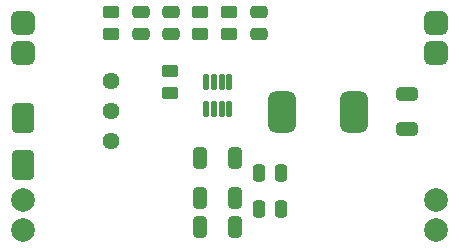
<source format=gbr>
%TF.GenerationSoftware,KiCad,Pcbnew,8.0.7*%
%TF.CreationDate,2025-01-12T01:40:56+08:00*%
%TF.ProjectId,power,706f7765-722e-46b6-9963-61645f706362,rev?*%
%TF.SameCoordinates,Original*%
%TF.FileFunction,Soldermask,Top*%
%TF.FilePolarity,Negative*%
%FSLAX46Y46*%
G04 Gerber Fmt 4.6, Leading zero omitted, Abs format (unit mm)*
G04 Created by KiCad (PCBNEW 8.0.7) date 2025-01-12 01:40:56*
%MOMM*%
%LPD*%
G01*
G04 APERTURE LIST*
G04 Aperture macros list*
%AMRoundRect*
0 Rectangle with rounded corners*
0 $1 Rounding radius*
0 $2 $3 $4 $5 $6 $7 $8 $9 X,Y pos of 4 corners*
0 Add a 4 corners polygon primitive as box body*
4,1,4,$2,$3,$4,$5,$6,$7,$8,$9,$2,$3,0*
0 Add four circle primitives for the rounded corners*
1,1,$1+$1,$2,$3*
1,1,$1+$1,$4,$5*
1,1,$1+$1,$6,$7*
1,1,$1+$1,$8,$9*
0 Add four rect primitives between the rounded corners*
20,1,$1+$1,$2,$3,$4,$5,0*
20,1,$1+$1,$4,$5,$6,$7,0*
20,1,$1+$1,$6,$7,$8,$9,0*
20,1,$1+$1,$8,$9,$2,$3,0*%
G04 Aperture macros list end*
%ADD10RoundRect,0.250000X0.475000X-0.250000X0.475000X0.250000X-0.475000X0.250000X-0.475000X-0.250000X0*%
%ADD11RoundRect,0.500000X0.500000X-0.500000X0.500000X0.500000X-0.500000X0.500000X-0.500000X-0.500000X0*%
%ADD12C,2.000000*%
%ADD13RoundRect,0.125000X0.125000X-0.537500X0.125000X0.537500X-0.125000X0.537500X-0.125000X-0.537500X0*%
%ADD14C,1.440000*%
%ADD15RoundRect,0.250000X0.450000X-0.262500X0.450000X0.262500X-0.450000X0.262500X-0.450000X-0.262500X0*%
%ADD16RoundRect,0.250000X-0.450000X0.262500X-0.450000X-0.262500X0.450000X-0.262500X0.450000X0.262500X0*%
%ADD17RoundRect,0.587500X-0.587500X-1.162500X0.587500X-1.162500X0.587500X1.162500X-0.587500X1.162500X0*%
%ADD18RoundRect,0.250000X0.650000X-1.000000X0.650000X1.000000X-0.650000X1.000000X-0.650000X-1.000000X0*%
%ADD19RoundRect,0.250000X-0.475000X0.250000X-0.475000X-0.250000X0.475000X-0.250000X0.475000X0.250000X0*%
%ADD20RoundRect,0.250000X-0.650000X0.325000X-0.650000X-0.325000X0.650000X-0.325000X0.650000X0.325000X0*%
%ADD21RoundRect,0.250000X-0.250000X-0.475000X0.250000X-0.475000X0.250000X0.475000X-0.250000X0.475000X0*%
%ADD22RoundRect,0.250000X0.325000X0.650000X-0.325000X0.650000X-0.325000X-0.650000X0.325000X-0.650000X0*%
G04 APERTURE END LIST*
D10*
%TO.C,C5*%
X172500000Y-65950000D03*
X172500000Y-64050000D03*
%TD*%
%TO.C,C4*%
X165030000Y-65950000D03*
X165030000Y-64050000D03*
%TD*%
D11*
%TO.C,Vin-*%
X152500000Y-67500000D03*
X152500000Y-64960000D03*
%TD*%
D12*
%TO.C,Vo+*%
X187500000Y-82540000D03*
X187500000Y-80000000D03*
%TD*%
%TO.C,U3*%
X152500000Y-82540000D03*
X152500000Y-80000000D03*
%TD*%
D11*
%TO.C,Vo-*%
X187500000Y-67500000D03*
X187500000Y-64960000D03*
%TD*%
D13*
%TO.C,U1*%
X168050000Y-72275000D03*
X168700000Y-72275000D03*
X169350000Y-72275000D03*
X170000000Y-72275000D03*
X170000000Y-70000000D03*
X169350000Y-70000000D03*
X168700000Y-70000000D03*
X168050000Y-70000000D03*
%TD*%
D14*
%TO.C,R5*%
X160000000Y-75000000D03*
X160000000Y-72460000D03*
X160000000Y-69920000D03*
%TD*%
D15*
%TO.C,R4*%
X160000000Y-65912500D03*
X160000000Y-64087500D03*
%TD*%
%TO.C,R3*%
X165000000Y-70912500D03*
X165000000Y-69087500D03*
%TD*%
%TO.C,R2*%
X170000000Y-65912500D03*
X170000000Y-64087500D03*
%TD*%
D16*
%TO.C,R1*%
X167530000Y-64087500D03*
X167530000Y-65912500D03*
%TD*%
D17*
%TO.C,L1*%
X174475000Y-72500000D03*
X180525000Y-72500000D03*
%TD*%
D18*
%TO.C,D2*%
X152500000Y-77000000D03*
X152500000Y-73000000D03*
%TD*%
D19*
%TO.C,C9*%
X162500000Y-64050000D03*
X162500000Y-65950000D03*
%TD*%
D20*
%TO.C,C8*%
X185000000Y-71025000D03*
X185000000Y-73975000D03*
%TD*%
D21*
%TO.C,C7*%
X172500000Y-80735000D03*
X174400000Y-80735000D03*
%TD*%
%TO.C,C6*%
X172500000Y-77725000D03*
X174400000Y-77725000D03*
%TD*%
D22*
%TO.C,C3*%
X170450000Y-82300000D03*
X167500000Y-82300000D03*
%TD*%
%TO.C,C2*%
X170450000Y-76450000D03*
X167500000Y-76450000D03*
%TD*%
%TO.C,C1*%
X170450000Y-79800000D03*
X167500000Y-79800000D03*
%TD*%
M02*

</source>
